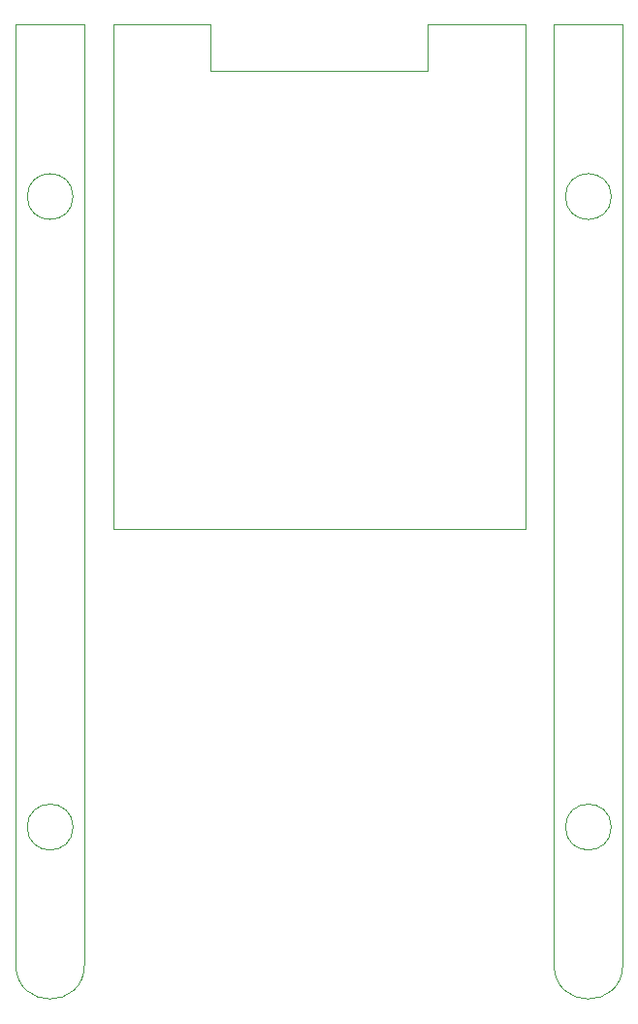
<source format=gm1>
G04 #@! TF.GenerationSoftware,KiCad,Pcbnew,7.0.1-3b83917a11~172~ubuntu22.04.1*
G04 #@! TF.CreationDate,2023-04-17T14:06:39+02:00*
G04 #@! TF.ProjectId,AcousticDetection_HW,41636f75-7374-4696-9344-657465637469,rev?*
G04 #@! TF.SameCoordinates,Original*
G04 #@! TF.FileFunction,Profile,NP*
%FSLAX46Y46*%
G04 Gerber Fmt 4.6, Leading zero omitted, Abs format (unit mm)*
G04 Created by KiCad (PCBNEW 7.0.1-3b83917a11~172~ubuntu22.04.1) date 2023-04-17 14:06:39*
%MOMM*%
%LPD*%
G01*
G04 APERTURE LIST*
G04 #@! TA.AperFunction,Profile*
%ADD10C,0.100000*%
G04 #@! TD*
G04 APERTURE END LIST*
D10*
X170768000Y-98360000D02*
X170768000Y-54360000D01*
X143268000Y-54360000D02*
X143268000Y-58360000D01*
X134768000Y-54360000D02*
X143268000Y-54360000D01*
X173268000Y-136360000D02*
X173268000Y-54360000D01*
X132268000Y-54360000D02*
X132268000Y-136360000D01*
X173268000Y-54360000D02*
X179268000Y-54360000D01*
X131268000Y-69360000D02*
G75*
G03*
X131268000Y-69360000I-2000000J0D01*
G01*
X126268000Y-136360000D02*
X126268000Y-54360000D01*
X131268000Y-124360000D02*
G75*
G03*
X131268000Y-124360000I-2000000J0D01*
G01*
X173268000Y-136360000D02*
G75*
G03*
X179268000Y-136360000I3000000J0D01*
G01*
X162268000Y-54360000D02*
X170768000Y-54360000D01*
X134768000Y-54360000D02*
X134768000Y-98360000D01*
X162268000Y-58360000D02*
X162268000Y-54360000D01*
X178268000Y-69360000D02*
G75*
G03*
X178268000Y-69360000I-2000000J0D01*
G01*
X134768000Y-98360000D02*
X170768000Y-98360000D01*
X178268000Y-124360000D02*
G75*
G03*
X178268000Y-124360000I-2000000J0D01*
G01*
X126268000Y-54360000D02*
X132268000Y-54360000D01*
X143268000Y-58360000D02*
X162268000Y-58360000D01*
X126268000Y-136360000D02*
G75*
G03*
X132268000Y-136360000I3000000J0D01*
G01*
X179268000Y-136360000D02*
X179268000Y-54360000D01*
M02*

</source>
